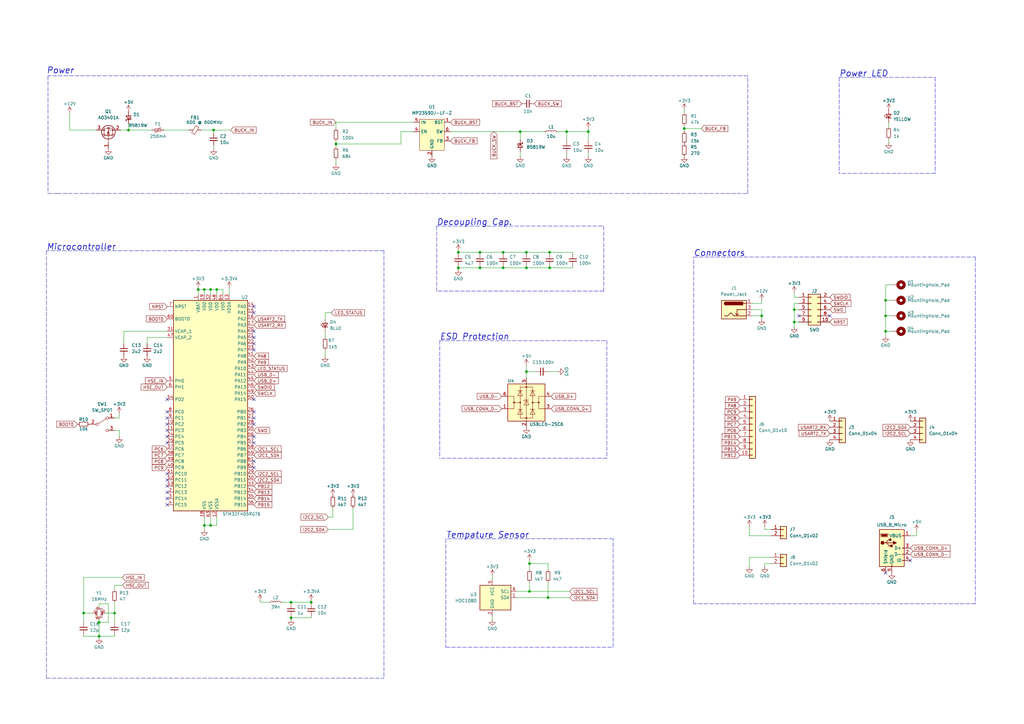
<source format=kicad_sch>
(kicad_sch (version 20211123) (generator eeschema)
  (paper "A3")
  (title_block (title "STM32F4 Development Board") (date "2023-03-31") (rev "1.0") (company "TuncElectronics") (comment 1 "Fatih Tunc"))
  (junction (at 196.85 109.855))
  (junction (at 363.22 135.89))
  (junction (at 325.755 127))
  (junction (at 86.3661 215.5008))
  (junction (at 215.9 103.505))
  (junction (at 312.42 129.54))
  (junction (at 88.9 118.745))
  (junction (at 217.17 231.14))
  (junction (at 83.82 118.745))
  (junction (at 196.85 103.505))
  (junction (at 52.705 53.34))
  (junction (at 206.375 103.505))
  (junction (at 119.38 247.015))
  (junction (at 215.9 152.4))
  (junction (at 40.64 255.27))
  (junction (at 187.96 103.505))
  (junction (at 232.41 53.975))
  (junction (at 206.375 109.855))
  (junction (at 34.29 251.46))
  (junction (at 40.64 260.985))
  (junction (at 241.3 53.975))
  (junction (at 217.17 242.57))
  (junction (at 46.99 251.46))
  (junction (at 363.22 123.19))
  (junction (at 363.22 129.54))
  (junction (at 127.635 247.015))
  (junction (at 225.425 109.855))
  (junction (at 213.36 53.975))
  (junction (at 224.79 245.11))
  (junction (at 86.36 118.745))
  (junction (at 137.795 59.055))
  (junction (at 215.9 109.855))
  (junction (at 119.38 253.365))
  (junction (at 83.8261 215.5008))
  (junction (at 81.28 118.745))
  (junction (at 87.63 53.34))
  (junction (at 225.425 103.505))
  (junction (at 325.755 132.08))
  (junction (at 280.67 52.705))
  (junction (at 187.96 109.855))
  (no_connect (at 104.14 171.45))
  (no_connect (at 363.22 234.95))
  (no_connect (at 104.14 143.51))
  (no_connect (at 104.14 191.77))
  (no_connect (at 68.58 181.61))
  (no_connect (at 104.14 163.83))
  (no_connect (at 104.14 125.73))
  (no_connect (at 373.38 229.87))
  (no_connect (at 104.14 179.07))
  (no_connect (at 68.58 173.99))
  (no_connect (at 68.58 171.45))
  (no_connect (at 327.66 129.54))
  (no_connect (at 68.58 196.85))
  (no_connect (at 104.14 135.89))
  (no_connect (at 104.14 138.43))
  (no_connect (at 68.58 168.91))
  (no_connect (at 68.58 207.01))
  (no_connect (at 68.58 194.31))
  (no_connect (at 104.14 181.61))
  (no_connect (at 104.14 168.91))
  (no_connect (at 104.14 173.99))
  (no_connect (at 68.58 176.53))
  (no_connect (at 340.36 129.54))
  (no_connect (at 68.58 199.39))
  (no_connect (at 104.14 140.97))
  (no_connect (at 68.58 204.47))
  (no_connect (at 104.14 128.27))
  (no_connect (at 68.58 163.83))
  (no_connect (at 68.58 201.93))
  (no_connect (at 68.58 179.07))
  (no_connect (at 104.14 189.23))
  (wire (pts (xy 363.22 123.19) (xy 363.22 116.84)))
  (wire (pts (xy 364.49 52.07) (xy 364.49 50.165)))
  (wire (pts (xy 187.96 109.855) (xy 196.85 109.855)))
  (wire (pts (xy 48.895 176.53) (xy 46.99 176.53)))
  (wire (pts (xy 34.29 251.46) (xy 38.1 251.46)))
  (wire (pts (xy 87.63 60.96) (xy 87.63 59.69)))
  (polyline (pts (xy 306.705 79.375) (xy 306.705 31.115)))
  (wire (pts (xy 312.42 129.54) (xy 312.42 130.81)))
  (wire (pts (xy 241.3 64.135) (xy 241.3 62.865)))
  (wire (pts (xy 224.79 152.4) (xy 228.6 152.4)))
  (wire (pts (xy 40.64 248.92) (xy 40.64 247.65)))
  (wire (pts (xy 196.85 103.505) (xy 206.375 103.505)))
  (wire (pts (xy 187.96 109.855) (xy 187.96 109.22)))
  (wire (pts (xy 233.68 245.11) (xy 224.79 245.11)))
  (wire (pts (xy 187.96 103.505) (xy 187.96 104.14)))
  (wire (pts (xy 196.85 104.14) (xy 196.85 103.505)))
  (wire (pts (xy 365.76 123.19) (xy 363.22 123.19)))
  (wire (pts (xy 241.3 57.785) (xy 241.3 53.975)))
  (wire (pts (xy 280.67 46.355) (xy 280.67 45.085)))
  (polyline (pts (xy 248.92 139.7) (xy 248.92 187.96)))
  (wire (pts (xy 133.35 138.43) (xy 133.35 135.89)))
  (wire (pts (xy 184.785 53.975) (xy 213.36 53.975)))
  (polyline (pts (xy 180.34 139.7) (xy 248.92 139.7)))
  (wire (pts (xy 40.64 255.27) (xy 40.64 260.985)))
  (wire (pts (xy 187.96 110.49) (xy 187.96 109.855)))
  (wire (pts (xy 363.22 137.795) (xy 363.22 135.89)))
  (wire (pts (xy 215.9 152.4) (xy 219.71 152.4)))
  (wire (pts (xy 224.79 231.14) (xy 217.17 231.14)))
  (polyline (pts (xy 19.05 278.13) (xy 157.48 278.13)))
  (wire (pts (xy 127.635 247.65) (xy 127.635 247.015)))
  (wire (pts (xy 225.425 109.22) (xy 225.425 109.855)))
  (wire (pts (xy 62.23 53.34) (xy 52.705 53.34)))
  (wire (pts (xy 136.525 212.09) (xy 136.525 208.28)))
  (wire (pts (xy 307.34 228.6) (xy 307.34 232.41)))
  (wire (pts (xy 206.375 104.14) (xy 206.375 103.505)))
  (wire (pts (xy 213.36 53.975) (xy 223.52 53.975)))
  (wire (pts (xy 87.63 53.34) (xy 82.55 53.34)))
  (wire (pts (xy 215.9 104.14) (xy 215.9 103.505)))
  (wire (pts (xy 81.28 118.11) (xy 81.28 118.745)))
  (wire (pts (xy 217.17 238.76) (xy 217.17 242.57)))
  (wire (pts (xy 39.37 53.34) (xy 28.575 53.34)))
  (wire (pts (xy 187.96 102.87) (xy 187.96 103.505)))
  (polyline (pts (xy 248.92 187.96) (xy 180.34 187.96)))
  (wire (pts (xy 325.755 120.015) (xy 325.755 121.92)))
  (wire (pts (xy 86.3661 214.8658) (xy 86.36 212.09)))
  (polyline (pts (xy 247.65 119.38) (xy 179.07 119.38)))
  (wire (pts (xy 83.82 118.745) (xy 83.82 120.65)))
  (wire (pts (xy 119.38 253.365) (xy 119.38 252.73)))
  (polyline (pts (xy 383.54 71.12) (xy 344.17 71.12)))
  (wire (pts (xy 206.375 109.855) (xy 215.9 109.855)))
  (polyline (pts (xy 251.46 220.98) (xy 182.88 220.98)))
  (wire (pts (xy 137.795 50.165) (xy 169.545 50.165)))
  (wire (pts (xy 81.28 118.745) (xy 81.28 120.65)))
  (wire (pts (xy 280.67 52.705) (xy 280.67 53.975)))
  (wire (pts (xy 201.93 252.73) (xy 201.93 254)))
  (wire (pts (xy 44.45 247.65) (xy 44.45 255.27)))
  (wire (pts (xy 363.22 135.89) (xy 363.22 129.54)))
  (polyline (pts (xy 194.31 265.43) (xy 251.46 265.43)))
  (wire (pts (xy 316.23 231.14) (xy 313.69 231.14)))
  (wire (pts (xy 224.79 245.11) (xy 212.09 245.11)))
  (wire (pts (xy 86.3661 215.5008) (xy 88.9061 215.5008)))
  (wire (pts (xy 137.795 59.055) (xy 164.465 59.055)))
  (wire (pts (xy 50.8 140.97) (xy 50.8 135.89)))
  (wire (pts (xy 40.64 260.985) (xy 34.29 260.985)))
  (wire (pts (xy 325.755 127) (xy 325.755 132.08)))
  (wire (pts (xy 127.635 246.38) (xy 127.635 247.015)))
  (wire (pts (xy 224.79 238.76) (xy 224.79 245.11)))
  (wire (pts (xy 34.29 236.855) (xy 34.29 251.46)))
  (wire (pts (xy 363.22 116.84) (xy 365.76 116.84)))
  (wire (pts (xy 215.9 149.86) (xy 215.9 152.4)))
  (wire (pts (xy 88.9061 215.5008) (xy 88.9061 214.8658)))
  (wire (pts (xy 83.8261 215.5008) (xy 86.3661 215.5008)))
  (wire (pts (xy 87.63 54.61) (xy 87.63 53.34)))
  (wire (pts (xy 83.82 217.17) (xy 83.8261 215.5008)))
  (wire (pts (xy 234.95 109.855) (xy 234.95 109.22)))
  (wire (pts (xy 196.85 109.22) (xy 196.85 109.855)))
  (polyline (pts (xy 180.34 139.7) (xy 180.34 187.96)))
  (wire (pts (xy 224.79 233.68) (xy 224.79 231.14)))
  (wire (pts (xy 316.23 228.6) (xy 307.34 228.6)))
  (wire (pts (xy 52.705 50.8) (xy 52.705 53.34)))
  (wire (pts (xy 81.28 118.745) (xy 83.82 118.745)))
  (wire (pts (xy 307.34 219.71) (xy 307.34 215.9)))
  (wire (pts (xy 164.465 59.055) (xy 164.465 53.975)))
  (wire (pts (xy 83.8261 214.8658) (xy 83.82 212.09)))
  (wire (pts (xy 206.375 109.22) (xy 206.375 109.855)))
  (wire (pts (xy 137.795 60.325) (xy 137.795 59.055)))
  (polyline (pts (xy 344.17 31.75) (xy 383.54 31.75)))
  (wire (pts (xy 40.64 260.985) (xy 46.99 260.985)))
  (wire (pts (xy 119.38 254) (xy 119.38 253.365)))
  (wire (pts (xy 213.36 64.135) (xy 213.36 62.23)))
  (polyline (pts (xy 251.46 265.43) (xy 251.46 220.98)))
  (wire (pts (xy 232.41 53.975) (xy 228.6 53.975)))
  (wire (pts (xy 217.17 231.14) (xy 217.17 233.68)))
  (wire (pts (xy 308.61 129.54) (xy 312.42 129.54)))
  (polyline (pts (xy 157.48 175.26) (xy 157.48 102.87)))
  (wire (pts (xy 46.99 240.03) (xy 46.99 241.935)))
  (wire (pts (xy 34.29 260.985) (xy 34.29 260.35)))
  (wire (pts (xy 88.9 118.745) (xy 88.9 120.65)))
  (wire (pts (xy 40.64 254) (xy 40.64 255.27)))
  (wire (pts (xy 233.68 242.57) (xy 217.17 242.57)))
  (polyline (pts (xy 247.65 92.71) (xy 247.65 119.38)))
  (wire (pts (xy 196.85 109.855) (xy 206.375 109.855)))
  (wire (pts (xy 325.755 121.92) (xy 327.66 121.92)))
  (wire (pts (xy 46.99 247.015) (xy 46.99 251.46)))
  (wire (pts (xy 93.98 118.11) (xy 93.98 120.65)))
  (polyline (pts (xy 157.48 102.87) (xy 19.05 102.87)))
  (polyline (pts (xy 182.88 265.43) (xy 194.31 265.43)))
  (wire (pts (xy 91.44 118.745) (xy 91.44 120.65)))
  (wire (pts (xy 365.76 129.54) (xy 363.22 129.54)))
  (wire (pts (xy 365.76 135.89) (xy 363.22 135.89)))
  (wire (pts (xy 217.17 242.57) (xy 212.09 242.57)))
  (wire (pts (xy 49.53 53.34) (xy 52.705 53.34)))
  (wire (pts (xy 232.41 64.135) (xy 232.41 62.865)))
  (wire (pts (xy 60.325 140.97) (xy 60.325 138.43)))
  (polyline (pts (xy 23.495 79.375) (xy 306.705 79.375)))
  (polyline (pts (xy 284.48 247.65) (xy 284.48 105.41)))
  (wire (pts (xy 225.425 109.855) (xy 234.95 109.855)))
  (wire (pts (xy 313.69 217.17) (xy 313.69 215.9)))
  (wire (pts (xy 206.375 103.505) (xy 215.9 103.505)))
  (wire (pts (xy 217.17 229.87) (xy 217.17 231.14)))
  (wire (pts (xy 83.8261 215.5008) (xy 83.8261 214.8658)))
  (wire (pts (xy 316.23 217.17) (xy 313.69 217.17)))
  (wire (pts (xy 34.29 255.27) (xy 34.29 251.46)))
  (wire (pts (xy 106.68 246.38) (xy 106.68 247.015)))
  (wire (pts (xy 241.3 52.705) (xy 241.3 53.975)))
  (wire (pts (xy 308.61 124.46) (xy 312.42 124.46)))
  (wire (pts (xy 134.62 212.09) (xy 136.525 212.09)))
  (wire (pts (xy 187.96 103.505) (xy 196.85 103.505)))
  (polyline (pts (xy 19.05 102.87) (xy 19.05 278.13)))
  (wire (pts (xy 119.38 247.015) (xy 115.57 247.015)))
  (polyline (pts (xy 400.05 247.65) (xy 284.48 247.65)))
  (wire (pts (xy 327.66 127) (xy 325.755 127)))
  (wire (pts (xy 34.29 236.855) (xy 50.165 236.855)))
  (wire (pts (xy 327.66 132.08) (xy 325.755 132.08)))
  (wire (pts (xy 127.635 253.365) (xy 127.635 252.73)))
  (polyline (pts (xy 344.17 31.75) (xy 344.17 71.12)))
  (polyline (pts (xy 400.05 105.41) (xy 400.05 247.65)))
  (wire (pts (xy 133.35 146.05) (xy 133.35 143.51)))
  (polyline (pts (xy 157.48 175.26) (xy 157.48 278.13)))
  (wire (pts (xy 137.795 50.165) (xy 137.795 52.705)))
  (wire (pts (xy 215.9 109.855) (xy 225.425 109.855)))
  (wire (pts (xy 364.49 58.42) (xy 364.49 57.15)))
  (wire (pts (xy 46.99 260.985) (xy 46.99 260.35)))
  (wire (pts (xy 86.3661 214.8658) (xy 86.3661 215.5008)))
  (wire (pts (xy 106.68 247.015) (xy 110.49 247.015)))
  (wire (pts (xy 201.93 236.22) (xy 201.93 237.49)))
  (wire (pts (xy 316.23 219.71) (xy 307.34 219.71)))
  (wire (pts (xy 86.36 118.745) (xy 88.9 118.745)))
  (wire (pts (xy 137.795 59.055) (xy 137.795 57.785)))
  (wire (pts (xy 83.82 118.745) (xy 86.36 118.745)))
  (wire (pts (xy 40.64 261.62) (xy 40.64 260.985)))
  (wire (pts (xy 280.67 52.705) (xy 280.67 51.435)))
  (wire (pts (xy 44.45 255.27) (xy 40.64 255.27)))
  (wire (pts (xy 308.61 127) (xy 312.42 127)))
  (polyline (pts (xy 383.54 31.75) (xy 383.54 71.12)))
  (wire (pts (xy 215.9 152.4) (xy 215.9 154.94)))
  (wire (pts (xy 133.35 128.27) (xy 133.35 130.81)))
  (polyline (pts (xy 179.07 92.71) (xy 247.65 92.71)))
  (wire (pts (xy 287.655 52.705) (xy 280.67 52.705)))
  (wire (pts (xy 144.78 217.17) (xy 144.78 208.28)))
  (wire (pts (xy 373.38 219.71) (xy 375.92 219.71)))
  (wire (pts (xy 213.36 57.15) (xy 213.36 53.975)))
  (wire (pts (xy 325.755 132.08) (xy 325.755 133.985)))
  (wire (pts (xy 60.325 138.43) (xy 68.58 138.43)))
  (polyline (pts (xy 19.685 79.375) (xy 23.495 79.375)))
  (wire (pts (xy 46.99 255.27) (xy 46.99 251.46)))
  (wire (pts (xy 46.99 171.45) (xy 48.895 171.45)))
  (wire (pts (xy 127.635 247.015) (xy 119.38 247.015)))
  (wire (pts (xy 234.95 103.505) (xy 234.95 104.14)))
  (wire (pts (xy 164.465 53.975) (xy 169.545 53.975)))
  (wire (pts (xy 375.92 219.71) (xy 375.92 217.805)))
  (wire (pts (xy 28.575 46.355) (xy 28.575 53.34)))
  (wire (pts (xy 312.42 124.46) (xy 312.42 123.19)))
  (wire (pts (xy 48.895 171.45) (xy 48.895 169.545)))
  (wire (pts (xy 363.22 129.54) (xy 363.22 123.19)))
  (wire (pts (xy 40.64 247.65) (xy 44.45 247.65)))
  (polyline (pts (xy 182.88 220.98) (xy 182.88 265.43)))
  (wire (pts (xy 48.895 179.07) (xy 48.895 176.53)))
  (wire (pts (xy 88.9 118.745) (xy 91.44 118.745)))
  (polyline (pts (xy 179.07 92.71) (xy 179.07 119.38)))
  (wire (pts (xy 43.18 251.46) (xy 46.99 251.46)))
  (wire (pts (xy 86.36 118.745) (xy 86.36 120.65)))
  (wire (pts (xy 137.795 67.31) (xy 137.795 65.405)))
  (wire (pts (xy 119.38 247.65) (xy 119.38 247.015)))
  (wire (pts (xy 225.425 104.14) (xy 225.425 103.505)))
  (wire (pts (xy 215.9 103.505) (xy 225.425 103.505)))
  (wire (pts (xy 232.41 57.785) (xy 232.41 53.975)))
  (wire (pts (xy 241.3 53.975) (xy 232.41 53.975)))
  (polyline (pts (xy 284.48 105.41) (xy 400.05 105.41)))
  (wire (pts (xy 327.66 124.46) (xy 325.755 124.46)))
  (wire (pts (xy 325.755 124.46) (xy 325.755 127)))
  (wire (pts (xy 94.615 53.34) (xy 87.63 53.34)))
  (wire (pts (xy 135.89 128.27) (xy 133.35 128.27)))
  (wire (pts (xy 225.425 103.505) (xy 234.95 103.505)))
  (wire (pts (xy 67.31 53.34) (xy 77.47 53.34)))
  (wire (pts (xy 312.42 127) (xy 312.42 129.54)))
  (wire (pts (xy 119.38 253.365) (xy 127.635 253.365)))
  (polyline (pts (xy 19.685 31.115) (xy 19.685 79.375)))
  (wire (pts (xy 50.165 240.03) (xy 46.99 240.03)))
  (wire (pts (xy 134.62 217.17) (xy 144.78 217.17)))
  (polyline (pts (xy 306.705 31.115) (xy 19.685 31.115)))
  (wire (pts (xy 313.69 231.14) (xy 313.69 232.41)))
  (wire (pts (xy 215.9 109.22) (xy 215.9 109.855)))
  (wire (pts (xy 88.9061 214.8658) (xy 88.9 212.09)))
  (wire (pts (xy 50.8 135.89) (xy 68.58 135.89)))
  (text "ESD Protection" (at 180.34 139.7 0) (effects (font (size 2.5 2.5) (thickness 0.254) bold italic) (justify left bottom)))
  (text "Tempature Sensor" (at 182.88 220.98 0) (effects (font (size 2.5 2.5) (thickness 0.254) bold italic) (justify left bottom)))
  (text "Connectors" (at 284.48 105.41 0) (effects (font (size 2.5 2.5) (thickness 0.254) bold italic) (justify left bottom)))
  (text "Decoupling Cap." (at 179.07 92.71 0) (effects (font (size 2.5 2.5) (thickness 0.254) bold italic) (justify left bottom)))
  (text "Power\n" (at 19.05 30.48 0) (effects (font (size 2.5 2.5) (thickness 0.254) bold italic) (justify left bottom)))
  (text "Power LED" (at 344.17 31.75 0) (effects (font (size 2.5 2.5) (thickness 0.254) bold italic) (justify left bottom)))
  (text "Microcontroller" (at 19.05 102.87 0) (effects (font (size 2.5 2.5) (thickness 0.254) bold italic) (justify left bottom)))
  (global_label "USB_D-" (shape input) (at 205.74 162.56 180) (property "Intersheet References" "${INTERSHEET_REFS}" (effects hide)))
  (global_label "BUCK_FB" (shape input) (at 287.655 52.705 0) (property "Intersheet References" "${INTERSHEET_REFS}" (effects hide)))
  (global_label "USB_CONN_D+" (shape input) (at 373.38 224.79 0) (property "Intersheet References" "${INTERSHEET_REFS}" (effects hide)))
  (global_label "PC6" (shape input) (at 303.53 176.53 180) (property "Intersheet References" "${INTERSHEET_REFS}" (effects hide)))
  (global_label "PC9" (shape input) (at 303.53 168.91 180) (property "Intersheet References" "${INTERSHEET_REFS}" (effects hide)))
  (global_label "BOOT0" (shape input) (at 31.75 173.99 180) (property "Intersheet References" "${INTERSHEET_REFS}" (effects hide)))
  (global_label "I2C1_SDA" (shape input) (at 233.68 245.11 0) (property "Intersheet References" "${INTERSHEET_REFS}" (effects hide)))
  (global_label "SWDIO" (shape input) (at 104.14 158.75 0) (property "Intersheet References" "${INTERSHEET_REFS}" (effects hide)))
  (global_label "USB_CONN_D+" (shape input) (at 226.06 167.64 0) (property "Intersheet References" "${INTERSHEET_REFS}" (effects hide)))
  (global_label "PA8" (shape input) (at 104.14 146.05 0) (property "Intersheet References" "${INTERSHEET_REFS}" (effects hide)))
  (global_label "HSE_OUT" (shape input) (at 68.58 158.75 180) (property "Intersheet References" "${INTERSHEET_REFS}" (effects hide)))
  (global_label "PC8" (shape input) (at 303.53 171.45 180) (property "Intersheet References" "${INTERSHEET_REFS}" (effects hide)))
  (global_label "PB12" (shape input) (at 104.14 199.39 0) (property "Intersheet References" "${INTERSHEET_REFS}" (effects hide)))
  (global_label "USART2_RX" (shape input) (at 104.14 133.35 0) (property "Intersheet References" "${INTERSHEET_REFS}" (effects hide)))
  (global_label "PA9" (shape input) (at 303.53 163.83 180) (property "Intersheet References" "${INTERSHEET_REFS}" (effects hide)))
  (global_label "PC7" (shape input) (at 68.58 186.69 180) (property "Intersheet References" "${INTERSHEET_REFS}" (effects hide)))
  (global_label "I2C2_SCL" (shape input) (at 373.38 177.8 180) (property "Intersheet References" "${INTERSHEET_REFS}" (effects hide)))
  (global_label "BUCK_IN" (shape input) (at 94.615 53.34 0) (property "Intersheet References" "${INTERSHEET_REFS}" (effects hide)))
  (global_label "SWCLK" (shape input) (at 104.14 161.29 0) (property "Intersheet References" "${INTERSHEET_REFS}" (effects hide)))
  (global_label "PC7" (shape input) (at 303.53 173.99 180) (property "Intersheet References" "${INTERSHEET_REFS}" (effects hide)))
  (global_label "I2C2_SDA" (shape input) (at 134.62 217.17 180) (property "Intersheet References" "${INTERSHEET_REFS}" (effects hide)))
  (global_label "PB15" (shape input) (at 104.14 207.01 0) (property "Intersheet References" "${INTERSHEET_REFS}" (effects hide)))
  (global_label "USB_CONN_D-" (shape input) (at 205.74 167.64 180) (property "Intersheet References" "${INTERSHEET_REFS}" (effects hide)))
  (global_label "PB13" (shape input) (at 303.53 184.15 180) (property "Intersheet References" "${INTERSHEET_REFS}" (effects hide)))
  (global_label "BUCK_SW" (shape input) (at 202.565 53.975 270) (property "Intersheet References" "${INTERSHEET_REFS}" (effects hide)))
  (global_label "I2C2_SDA" (shape input) (at 373.38 175.26 180) (property "Intersheet References" "${INTERSHEET_REFS}" (effects hide)))
  (global_label "PB12" (shape input) (at 303.53 186.69 180) (property "Intersheet References" "${INTERSHEET_REFS}" (effects hide)))
  (global_label "I2C1_SCL" (shape input) (at 104.14 184.15 0) (property "Intersheet References" "${INTERSHEET_REFS}" (effects hide)))
  (global_label "PB14" (shape input) (at 303.53 181.61 180) (property "Intersheet References" "${INTERSHEET_REFS}" (effects hide)))
  (global_label "HSE_IN" (shape input) (at 50.165 236.855 0) (property "Intersheet References" "${INTERSHEET_REFS}" (effects hide)))
  (global_label "I2C2_SCL" (shape input) (at 104.14 194.31 0) (property "Intersheet References" "${INTERSHEET_REFS}" (effects hide)))
  (global_label "USART2_TX" (shape input) (at 104.14 130.81 0) (property "Intersheet References" "${INTERSHEET_REFS}" (effects hide)))
  (global_label "SWO" (shape input) (at 104.14 176.53 0) (property "Intersheet References" "${INTERSHEET_REFS}" (effects hide)))
  (global_label "PA8" (shape input) (at 303.53 166.37 180) (property "Intersheet References" "${INTERSHEET_REFS}" (effects hide)))
  (global_label "BUCK_SW" (shape input) (at 219.075 42.545 0) (property "Intersheet References" "${INTERSHEET_REFS}" (effects hide)))
  (global_label "BUCK_BST" (shape input) (at 184.785 50.165 0) (property "Intersheet References" "${INTERSHEET_REFS}" (effects hide)))
  (global_label "USB_D+" (shape input) (at 104.14 156.21 0) (property "Intersheet References" "${INTERSHEET_REFS}" (effects hide)))
  (global_label "I2C2_SCL" (shape input) (at 134.62 212.09 180) (property "Intersheet References" "${INTERSHEET_REFS}" (effects hide)))
  (global_label "PB15" (shape input) (at 303.53 179.07 180) (property "Intersheet References" "${INTERSHEET_REFS}" (effects hide)))
  (global_label "I2C2_SDA" (shape input) (at 104.14 196.85 0) (property "Intersheet References" "${INTERSHEET_REFS}" (effects hide)))
  (global_label "LED_STATUS" (shape input) (at 104.14 151.13 0) (property "Intersheet References" "${INTERSHEET_REFS}" (effects hide)))
  (global_label "USART2_TX" (shape input) (at 340.36 177.8 180) (property "Intersheet References" "${INTERSHEET_REFS}" (effects hide)))
  (global_label "PC6" (shape input) (at 68.58 184.15 180) (property "Intersheet References" "${INTERSHEET_REFS}" (effects hide)))
  (global_label "USART2_RX" (shape input) (at 340.36 175.26 180) (property "Intersheet References" "${INTERSHEET_REFS}" (effects hide)))
  (global_label "USB_CONN_D-" (shape input) (at 373.38 227.33 0) (property "Intersheet References" "${INTERSHEET_REFS}" (effects hide)))
  (global_label "NRST" (shape input) (at 68.58 125.73 180) (property "Intersheet References" "${INTERSHEET_REFS}" (effects hide)))
  (global_label "BUCK_IN" (shape input) (at 137.795 50.165 180) (property "Intersheet References" "${INTERSHEET_REFS}" (effects hide)))
  (global_label "NRST" (shape input) (at 340.36 132.08 0) (property "Intersheet References" "${INTERSHEET_REFS}" (effects hide)))
  (global_label "PB14" (shape input) (at 104.14 204.47 0) (property "Intersheet References" "${INTERSHEET_REFS}" (effects hide)))
  (global_label "BOOT0" (shape input) (at 68.58 130.81 180) (property "Intersheet References" "${INTERSHEET_REFS}" (effects hide)))
  (global_label "BUCK_BST" (shape input) (at 213.995 42.545 180) (property "Intersheet References" "${INTERSHEET_REFS}" (effects hide)))
  (global_label "USB_D-" (shape input) (at 104.14 153.67 0) (property "Intersheet References" "${INTERSHEET_REFS}" (effects hide)))
  (global_label "HSE_OUT" (shape input) (at 50.165 240.03 0) (property "Intersheet References" "${INTERSHEET_REFS}" (effects hide)))
  (global_label "PC9" (shape input) (at 68.58 191.77 180) (property "Intersheet References" "${INTERSHEET_REFS}" (effects hide)))
  (global_label "I2C1_SDA" (shape input) (at 104.14 186.69 0) (property "Intersheet References" "${INTERSHEET_REFS}" (effects hide)))
  (global_label "SWO" (shape input) (at 340.36 127 0) (property "Intersheet References" "${INTERSHEET_REFS}" (effects hide)))
  (global_label "SWCLK" (shape input) (at 340.36 124.46 0) (property "Intersheet References" "${INTERSHEET_REFS}" (effects hide)))
  (global_label "PA9" (shape input) (at 104.14 148.59 0) (property "Intersheet References" "${INTERSHEET_REFS}" (effects hide)))
  (global_label "LED_STATUS" (shape input) (at 135.89 128.27 0) (property "Intersheet References" "${INTERSHEET_REFS}" (effects hide)))
  (global_label "BUCK_FB" (shape input) (at 184.785 57.785 0) (property "Intersheet References" "${INTERSHEET_REFS}" (effects hide)))
  (global_label "I2C1_SCL" (shape input) (at 233.68 242.57 0) (property "Intersheet References" "${INTERSHEET_REFS}" (effects hide)))
  (global_label "USB_D+" (shape input) (at 226.06 162.56 0) (property "Intersheet References" "${INTERSHEET_REFS}" (effects hide)))
  (global_label "PB13" (shape input) (at 104.14 201.93 0) (property "Intersheet References" "${INTERSHEET_REFS}" (effects hide)))
  (global_label "HSE_IN" (shape input) (at 68.58 156.21 180) (property "Intersheet References" "${INTERSHEET_REFS}" (effects hide)))
  (global_label "SWDIO" (shape input) (at 340.36 121.92 0) (property "Intersheet References" "${INTERSHEET_REFS}" (effects hide)))
  (global_label "PC8" (shape input) (at 68.58 189.23 180) (property "Intersheet References" "${INTERSHEET_REFS}" (effects hide)))
  (symbol (lib_id "STM32F4_REV2-rescue:+3.3V-power") (at 201.93 236.22 0) (unit 1)
    (property "Reference" "#PWR031" (effects hide))
    (property "Value" "+3.3V" (at 201.93 232.41 0))
  )
  (symbol (lib_id "Device:R_Small") (at 224.79 236.22 0) (mirror y) (unit 1)
    (property "Reference" "R9" (at 228.6 234.95 0))
    (property "Value" "4k7" (at 228.6 237.49 0))
    (property "Footprint" "Resistor_SMD:R_0805_2012Metric" (effects hide))
    (property "LCSC Part #" "C17673" (effects hide))
    (property "LCSC" "C17673" (effects hide))
  )
  (symbol (lib_id "power:+5V") (at 215.9 149.86 0) (unit 1)
    (property "Reference" "#PWR041" (effects hide))
    (property "Value" "+5V" (at 215.9 146.05 0))
  )
  (symbol (lib_id "Device:C_Small") (at 232.41 60.325 0) (unit 1)
    (property "Reference" "C3" (at 234.95 59.055 0) (effects (justify left)))
    (property "Value" "10u" (at 234.95 61.595 0) (effects (justify left)))
    (property "Footprint" "Capacitor_SMD:C_1206_3216Metric" (effects hide))
    (property "LCSC Part #" "C13585" (effects hide))
    (property "LCSC" "C13585" (effects hide))
  )
  (symbol (lib_id "power:GND") (at 213.36 64.135 0) (unit 1)
    (property "Reference" "#PWR011" (effects hide))
    (property "Value" "GND" (at 213.36 67.945 0))
  )
  (symbol (lib_id "power:GND") (at 340.36 180.34 0) (unit 1)
    (property "Reference" "#PWR036" (effects hide))
    (property "Value" "GND" (at 340.36 184.15 0))
  )
  (symbol (lib_id "Device:C_Small") (at 119.38 250.19 0) (unit 1)
    (property "Reference" "C11" (at 121.92 248.92 0) (effects (justify left)))
    (property "Value" "1u" (at 121.92 251.46 0) (effects (justify left)))
    (property "Footprint" "Capacitor_SMD:C_0603_1608Metric" (effects hide))
    (property "LCSC Part #" "C15849" (effects hide))
    (property "LCSC" "C15849" (effects hide))
  )
  (symbol (lib_id "power:GND") (at 83.82 217.17 0) (unit 1)
    (property "Reference" "#PWR042" (effects hide))
    (property "Value" "GND" (at 83.82 220.98 0))
  )
  (symbol (lib_id "Device:R_Small") (at 133.35 140.97 180) (unit 1)
    (property "Reference" "R7" (at 135.89 139.7 0))
    (property "Value" "1k5" (at 136.525 142.24 0))
    (property "Footprint" "Resistor_SMD:R_0805_2012Metric" (effects hide))
    (property "LCSC Part #" "C4310" (effects hide))
    (property "LCSC" "C4310" (effects hide))
  )
  (symbol (lib_id "Device:C_Small") (at 60.325 143.51 0) (unit 1)
    (property "Reference" "C14" (at 62.865 141.605 0) (effects (justify left)))
    (property "Value" "2u2" (at 62.865 144.145 0) (effects (justify left)))
    (property "Footprint" "Capacitor_SMD:C_0603_1608Metric" (effects hide))
    (property "LCSC Part #" "C23630" (effects hide))
    (property "LCSC" "C23630" (effects hide))
  )
  (symbol (lib_id "power:GND") (at 60.325 146.05 0) (unit 1)
    (property "Reference" "#PWR028" (effects hide))
    (property "Value" "GND" (at 60.325 149.86 0))
  )
  (symbol (lib_id "Device:R_Small") (at 280.67 56.515 0) (unit 1)
    (property "Reference" "R3" (at 283.21 55.245 0) (effects (justify left)))
    (property "Value" "15k" (at 283.21 57.785 0) (effects (justify left)))
    (property "Footprint" "Resistor_SMD:R_0805_2012Metric" (effects hide))
    (property "LCSC Part #" "C17475" (effects hide))
    (property "LCSC" "C17475" (effects hide))
  )
  (symbol (lib_id "STM32F4_REV2-rescue:+3.3V-power") (at 48.895 169.545 0) (unit 1)
    (property "Reference" "#PWR032" (effects hide))
    (property "Value" "+3.3V" (at 48.895 165.735 0))
  )
  (symbol (lib_id "Device:R_Small") (at 144.78 205.74 0) (unit 1)
    (property "Reference" "R12" (at 146.685 204.47 0) (effects (justify left)))
    (property "Value" "4k7" (at 146.685 207.01 0) (effects (justify left)))
    (property "Footprint" "Resistor_SMD:R_0805_2012Metric" (effects hide))
    (property "LCSC Part #" "C17673" (effects hide))
    (property "LCSC" "C17673" (effects hide))
  )
  (symbol (lib_id "Device:Crystal_GND24_Small") (at 40.64 251.46 0) (unit 1)
    (property "Reference" "Y1" (at 39.37 243.205 0) (effects (justify left)))
    (property "Value" "16MHz" (at 37.465 245.745 0) (effects (justify left)))
    (property "Footprint" "Crystal:Crystal_SMD_3225-4Pin_3.2x2.5mm" (effects hide))
    (property "LCSC Part #" "C13738" (effects hide))
    (property "LCSC" "C13738" (effects hide))
  )
  (symbol (lib_id "Device:R_Small") (at 46.99 244.475 0) (unit 1)
    (property "Reference" "R13" (at 48.895 243.205 0) (effects (justify left)))
    (property "Value" "47" (at 48.895 245.745 0) (effects (justify left)))
    (property "Footprint" "Resistor_SMD:R_0805_2012Metric" (effects hide))
    (property "LCSC Part #" "C17714" (effects hide))
    (property "LCSC" "C17714" (effects hide))
  )
  (symbol (lib_id "power:GND") (at 363.22 137.795 0) (unit 1)
    (property "Reference" "#PWR026" (effects hide))
    (property "Value" "GND" (at 363.22 141.605 0))
  )
  (symbol (lib_id "Device:C_Small") (at 87.63 57.15 0) (unit 1)
    (property "Reference" "C2" (at 90.17 55.88 0) (effects (justify left)))
    (property "Value" "10u" (at 90.17 58.42 0) (effects (justify left)))
    (property "Footprint" "Capacitor_SMD:C_1206_3216Metric" (effects hide))
    (property "LCSC Part #" "C13585" (effects hide))
    (property "LCSC" "C13585" (effects hide))
  )
  (symbol (lib_id "Device:C_Small") (at 216.535 42.545 270) (unit 1)
    (property "Reference" "C1" (at 215.265 39.37 90) (effects (justify left)))
    (property "Value" "10n" (at 214.63 45.72 90) (effects (justify left)))
    (property "Footprint" "Capacitor_SMD:C_0805_2012Metric" (effects hide))
    (property "LCSC Part #" "C1710" (effects hide))
    (property "LCSC" "C1710" (effects hide))
  )
  (symbol (lib_id "power:+5V") (at 375.92 217.805 0) (unit 1)
    (property "Reference" "#PWR044" (effects hide))
    (property "Value" "+5V" (at 375.92 213.995 0))
  )
  (symbol (lib_id "Device:C_Small") (at 234.95 106.68 0) (unit 1)
    (property "Reference" "C10" (at 237.49 105.41 0) (effects (justify left)))
    (property "Value" "100n" (at 237.49 107.95 0) (effects (justify left)))
    (property "Footprint" "Capacitor_SMD:C_0603_1608Metric" (effects hide))
    (property "LCSC Part #" "C14663" (effects hide))
    (property "LCSC" "C14663" (effects hide))
  )
  (symbol (lib_id "Device:R_Small") (at 280.67 48.895 0) (unit 1)
    (property "Reference" "R1" (at 283.21 47.625 0) (effects (justify left)))
    (property "Value" "47k" (at 283.21 50.165 0) (effects (justify left)))
    (property "Footprint" "Resistor_SMD:R_0805_2012Metric" (effects hide))
    (property "LCSC Part #" "C17713" (effects hide))
    (property "LCSC" "C17713" (effects hide))
  )
  (symbol (lib_id "Device:R_Small") (at 137.795 55.245 0) (unit 1)
    (property "Reference" "R2" (at 140.335 53.975 0) (effects (justify left)))
    (property "Value" "100k" (at 140.335 56.515 0) (effects (justify left)))
    (property "Footprint" "Resistor_SMD:R_0805_2012Metric" (effects hide))
    (property "LCSC Part #" "C149504" (effects hide))
    (property "LCSC" "C149504" (effects hide))
  )
  (symbol (lib_id "power:GND") (at 280.67 64.135 0) (unit 1)
    (property "Reference" "#PWR09" (effects hide))
    (property "Value" "GND" (at 280.67 67.945 0))
  )
  (symbol (lib_id "power:GND") (at 119.38 254 0) (unit 1)
    (property "Reference" "#PWR019" (effects hide))
    (property "Value" "GND" (at 119.38 257.81 0))
  )
  (symbol (lib_id "power:GND") (at 44.45 60.96 0) (unit 1)
    (property "Reference" "#PWR06" (effects hide))
    (property "Value" "GND" (at 44.45 64.77 0))
  )
  (symbol (lib_id "Device:C_Small") (at 206.375 106.68 0) (unit 1)
    (property "Reference" "C7" (at 208.915 105.41 0) (effects (justify left)))
    (property "Value" "100n" (at 208.915 107.95 0) (effects (justify left)))
    (property "Footprint" "Capacitor_SMD:C_0603_1608Metric" (effects hide))
    (property "LCSC Part #" "C14663" (effects hide))
    (property "LCSC" "C14663" (effects hide))
  )
  (symbol (lib_id "Sensor_Humidity:HDC1080") (at 204.47 245.11 0) (unit 1)
    (property "Reference" "U3" (at 195.58 243.8399 0) (effects (justify right)))
    (property "Value" "HDC1080" (at 195.58 246.3799 0) (effects (justify right)))
    (property "Footprint" "Package_SON:Texas_PWSON-N6" (effects hide))
    (property "Datasheet" "http://www.ti.com/lit/ds/symlink/hdc1080.pdf" (effects hide))
    (property "LCSC Part #" "C82227" (effects hide))
    (property "LCSC" "C82227" (effects hide))
  )
  (symbol (lib_id "STM32F4_REV2-rescue:+3.3V-power") (at 280.67 45.085 0) (unit 1)
    (property "Reference" "#PWR03" (effects hide))
    (property "Value" "+3.3V" (at 280.67 41.275 0))
  )
  (symbol (lib_id "Connector_Generic:Conn_01x02") (at 321.31 217.17 0) (unit 1)
    (property "Reference" "J7" (at 323.85 217.1699 0) (effects (justify left)))
    (property "Value" "Conn_01x02" (at 323.85 219.7099 0) (effects (justify left)))
    (property "Footprint" "Connector_PinHeader_2.54mm:PinHeader_1x02_P2.54mm_Vertical" (effects hide))
  )
  (symbol (lib_id "power:GND") (at 201.93 254 0) (unit 1)
    (property "Reference" "#PWR038" (effects hide))
    (property "Value" "GND" (at 201.93 257.81 0))
  )
  (symbol (lib_id "STM32F4_REV2-rescue:USB_B_Micro-Connector") (at 365.76 224.79 0) (unit 1)
    (property "Reference" "J5" (at 365.76 212.09 0))
    (property "Value" "USB_B_Micro" (at 365.76 215.265 0))
    (property "Footprint" "Connector_USB:USB_Micro-B_Molex_47346-0001" (effects hide))
    (property "LCSC Part #" "C132560" (effects hide))
    (property "LCSC" "C132560" (effects hide))
  )
  (symbol (lib_id "Device:D_Schottky_Small") (at 52.705 48.26 90) (unit 1)
    (property "Reference" "D1" (at 54.61 46.99 90) (effects (justify right)))
    (property "Value" "B5819W" (at 52.705 51.435 90) (effects (justify right)))
    (property "Footprint" "Diode_SMD:D_SOD-123" (effects hide))
    (property "LCSC Part #" "C8598" (effects hide))
    (property "LCSC" "C8598" (effects hide))
  )
  (symbol (lib_id "power:+3.3VA") (at 127.635 246.38 0) (unit 1)
    (property "Reference" "#PWR017" (effects hide))
    (property "Value" "+3.3VA" (at 127.635 242.57 0))
  )
  (symbol (lib_id "power:GND") (at 133.35 146.05 0) (unit 1)
    (property "Reference" "#PWR029" (effects hide))
    (property "Value" "GND" (at 133.35 149.86 0))
  )
  (symbol (lib_id "Device:C_Small") (at 241.3 60.325 0) (unit 1)
    (property "Reference" "C4" (at 243.84 59.055 0) (effects (justify left)))
    (property "Value" "10u" (at 243.84 61.595 0) (effects (justify left)))
    (property "Footprint" "Capacitor_SMD:C_1206_3216Metric" (effects hide))
    (property "LCSC Part #" "C13585" (effects hide))
    (property "LCSC" "C13585" (effects hide))
  )
  (symbol (lib_id "Device:L_Small") (at 226.06 53.975 90) (unit 1)
    (property "Reference" "L1" (at 226.06 52.07 90))
    (property "Value" "10u" (at 226.06 55.88 90))
    (property "Footprint" "Inductor_SMD:L_Sunlord_MWSA05xxS" (effects hide))
    (property "LCSC Part #" "C408412" (effects hide))
    (property "LCSC" "C408412" (effects hide))
  )
  (symbol (lib_id "power:GND") (at 313.69 232.41 0) (unit 1)
    (property "Reference" "#PWR0104" (effects hide))
    (property "Value" "GND" (at 313.69 236.22 0))
  )
  (symbol (lib_id "Transistor_FET:AO3401A") (at 44.45 55.88 90) (unit 1)
    (property "Reference" "Q1" (at 44.45 45.72 90))
    (property "Value" "AO3401A" (at 44.45 48.26 90))
    (property "Footprint" "Package_TO_SOT_SMD:SOT-23" (effects hide))
    (property "Datasheet" "http://www.aosmd.com/pdfs/datasheet/AO3401A.pdf" (effects hide))
    (property "LCSC Part #" "C15127" (effects hide))
    (property "LCSC" "C15127" (effects hide))
  )
  (symbol (lib_id "Device:C_Small") (at 127.635 250.19 0) (unit 1)
    (property "Reference" "C12" (at 130.175 248.92 0) (effects (justify left)))
    (property "Value" "10n" (at 130.175 251.46 0) (effects (justify left)))
    (property "Footprint" "Capacitor_SMD:C_0603_1608Metric" (effects hide))
    (property "LCSC Part #" "C57112" (effects hide))
    (property "LCSC" "C57112" (effects hide))
  )
  (symbol (lib_id "Connector_Generic:Conn_01x10") (at 308.61 173.99 0) (unit 1)
    (property "Reference" "J6" (at 311.15 173.9899 0) (effects (justify left)))
    (property "Value" "Conn_01x10" (at 311.15 176.5299 0) (effects (justify left)))
    (property "Footprint" "Connector_PinHeader_2.54mm:PinHeader_1x10_P2.54mm_Vertical" (effects hide))
  )
  (symbol (lib_id "Device:R_Small") (at 217.17 236.22 0) (mirror y) (unit 1)
    (property "Reference" "R8" (at 220.98 234.95 0))
    (property "Value" "4k7" (at 220.98 237.49 0))
    (property "Footprint" "Resistor_SMD:R_0805_2012Metric" (effects hide))
    (property "LCSC Part #" "C17673" (effects hide))
    (property "LCSC" "C17673" (effects hide))
  )
  (symbol (lib_id "power:GND") (at 215.9 175.26 0) (unit 1)
    (property "Reference" "#PWR045" (effects hide))
    (property "Value" "GND" (at 215.9 179.07 0))
  )
  (symbol (lib_id "STM32F4_REV2-rescue:+3.3V-power") (at 241.3 52.705 0) (unit 1)
    (property "Reference" "#PWR05" (effects hide))
    (property "Value" "+3.3V" (at 241.3 48.895 0))
  )
  (symbol (lib_id "STM32F4_REV2-rescue:+3.3V-power") (at 373.38 172.72 0) (unit 1)
    (property "Reference" "#PWR034" (effects hide))
    (property "Value" "+3.3V" (at 373.38 168.91 0))
  )
  (symbol (lib_id "Device:R_Small") (at 136.525 205.74 0) (unit 1)
    (property "Reference" "R11" (at 138.43 204.47 0) (effects (justify left)))
    (property "Value" "4k7" (at 138.43 207.01 0) (effects (justify left)))
    (property "Footprint" "Resistor_SMD:R_0805_2012Metric" (effects hide))
    (property "LCSC Part #" "C17673" (effects hide))
    (property "LCSC" "C17673" (effects hide))
  )
  (symbol (lib_id "power:GND") (at 40.64 261.62 0) (unit 1)
    (property "Reference" "#PWR047" (effects hide))
    (property "Value" "GND" (at 40.64 265.43 0))
  )
  (symbol (lib_id "Mechanical:MountingHole_Pad") (at 368.3 129.54 270) (unit 1)
    (property "Reference" "H3" (at 372.11 128.27 90) (effects (justify left)))
    (property "Value" "MountingHole_Pad" (at 372.11 129.54 90) (effects (justify left)))
    (property "Footprint" "MountingHole:MountingHole_4.3mm_M4_Pad_Via" (effects hide))
  )
  (symbol (lib_id "MCU_ST_STM32F4:STM32F405RGTx") (at 86.36 166.37 0) (unit 1)
    (property "Reference" "U2" (at 100.33 121.92 0))
    (property "Value" "STM32F405RGT6" (at 99.06 210.82 0))
    (property "Footprint" "Package_QFP:LQFP-64_10x10mm_P0.5mm" (effects hide))
    (property "Datasheet" "http://www.st.com/st-web-ui/static/active/en/resource/technical/document/datasheet/DM00037051.pdf" (effects hide))
    (property "LCSC Part #" "C15742" (effects hide))
    (property "LCSC" "C15742" (effects hide))
  )
  (symbol (lib_id "STM32F4_REV2-rescue:+3.3V-power") (at 217.17 229.87 0) (unit 1)
    (property "Reference" "#PWR030" (effects hide))
    (property "Value" "+3.3V" (at 217.17 226.06 0))
  )
  (symbol (lib_id "power:+5V") (at 52.705 45.72 0) (unit 1)
    (property "Reference" "#PWR01" (effects hide))
    (property "Value" "+5V" (at 52.705 41.91 0))
  )
  (symbol (lib_id "Mechanical:MountingHole_Pad") (at 368.3 135.89 270) (unit 1)
    (property "Reference" "H4" (at 372.11 134.62 90) (effects (justify left)))
    (property "Value" "MountingHole_Pad" (at 372.11 135.89 90) (effects (justify left)))
    (property "Footprint" "MountingHole:MountingHole_4.3mm_M4_Pad_Via" (effects hide))
  )
  (symbol (lib_id "power:GND") (at 48.895 179.07 0) (unit 1)
    (property "Reference" "#PWR035" (effects hide))
    (property "Value" "GND" (at 48.895 182.88 0))
  )
  (symbol (lib_id "Device:LED_Small") (at 133.35 133.35 90) (unit 1)
    (property "Reference" "D4" (at 135.255 132.08 90) (effects (justify right)))
    (property "Value" "BLUE" (at 135.255 134.62 90) (effects (justify right)))
    (property "Footprint" "LED_SMD:LED_0603_1608Metric" (effects hide))
    (property "LCSC Part #" "C72041" (effects hide))
    (property "LCSC" "C72041" (effects hide))
  )
  (symbol (lib_id "New_Library:MP2359DJ-LF-Z") (at 172.085 50.165 0) (unit 1)
    (property "Reference" "U1" (at 177.165 43.815 0))
    (property "Value" "MP2359DJ-LF-Z" (at 177.165 46.355 0))
    (property "Footprint" "Package_TO_SOT_SMD:TSOT-23-6" (effects hide))
    (property "LCSC Part #" "C2959845" (effects hide))
    (property "LCSC" "C2959845" (effects hide))
  )
  (symbol (lib_id "power:+3.3VA") (at 93.98 118.11 0) (unit 1)
    (property "Reference" "#PWR022" (effects hide))
    (property "Value" "+3.3VA" (at 93.98 114.3 0))
  )
  (symbol (lib_id "STM32F4_REV2-rescue:+3.3V-power") (at 81.28 118.11 0) (unit 1)
    (property "Reference" "#PWR021" (effects hide))
    (property "Value" "+3.3V" (at 81.28 114.3 0))
  )
  (symbol (lib_id "Connector_Generic:Conn_01x04") (at 345.44 175.26 0) (unit 1)
    (property "Reference" "J3" (at 347.98 175.26 0) (effects (justify left)))
    (property "Value" "Conn_01x04" (at 347.98 177.8 0) (effects (justify left)))
    (property "Footprint" "Connector_PinHeader_2.54mm:PinHeader_1x04_P2.54mm_Vertical" (effects hide))
  )
  (symbol (lib_id "Device:C_Small") (at 187.96 106.68 0) (unit 1)
    (property "Reference" "C5" (at 190.5 105.41 0) (effects (justify left)))
    (property "Value" "4u7" (at 190.5 107.95 0) (effects (justify left)))
    (property "Footprint" "Capacitor_SMD:C_0805_2012Metric" (effects hide))
    (property "LCSC Part #" "C1779" (effects hide))
    (property "LCSC" "C1779" (effects hide))
  )
  (symbol (lib_id "STM32F4_REV2-rescue:+3.3V-power") (at 364.49 45.085 0) (unit 1)
    (property "Reference" "#PWR04" (effects hide))
    (property "Value" "+3.3V" (at 364.49 41.275 0))
  )
  (symbol (lib_id "Connector:Barrel_Jack_Switch") (at 300.99 127 0) (unit 1)
    (property "Reference" "J1" (at 300.99 118.11 0))
    (property "Value" "Power_Jack" (at 300.99 120.65 0))
    (property "Footprint" "Connector_BarrelJack:BarrelJack_Horizontal" (effects hide))
  )
  (symbol (lib_id "Power_Protection:USBLC6-2SC6") (at 215.9 165.1 0) (unit 1)
    (property "Reference" "U4" (at 209.55 156.21 0))
    (property "Value" "USBLC6-2SC6" (at 224.155 173.99 0))
    (property "Footprint" "Package_TO_SOT_SMD:SOT-23-6" (effects hide))
    (property "Datasheet" "https://www.st.com/resource/en/datasheet/usblc6-2.pdf" (effects hide))
    (property "LCSC Part #" "C7519" (effects hide))
    (property "LCSC" "C7519" (effects hide))
  )
  (symbol (lib_id "Device:R_Small") (at 280.67 61.595 0) (unit 1)
    (property "Reference" "R5" (at 283.21 60.325 0) (effects (justify left)))
    (property "Value" "270" (at 283.21 62.865 0) (effects (justify left)))
    (property "Footprint" "Resistor_SMD:R_0805_2012Metric" (effects hide))
    (property "LCSC Part #" "C17590" (effects hide))
    (property "LCSC" "C17590" (effects hide))
  )
  (symbol (lib_id "Device:R_Small") (at 137.795 62.865 0) (unit 1)
    (property "Reference" "R6" (at 140.335 61.595 0) (effects (justify left)))
    (property "Value" "68k" (at 140.335 64.135 0) (effects (justify left)))
    (property "Footprint" "Resistor_SMD:R_0805_2012Metric" (effects hide))
    (property "LCSC Part #" "C17801" (effects hide))
    (property "LCSC" "C17801" (effects hide))
  )
  (symbol (lib_id "Mechanical:MountingHole_Pad") (at 368.3 123.19 270) (unit 1)
    (property "Reference" "H2" (at 372.11 121.92 90) (effects (justify left)))
    (property "Value" "MountingHole_Pad" (at 372.11 123.19 90) (effects (justify left)))
    (property "Footprint" "MountingHole:MountingHole_4.3mm_M4_Pad_Via" (effects hide))
  )
  (symbol (lib_id "power:GND") (at 307.34 232.41 0) (unit 1)
    (property "Reference" "#PWR0103" (effects hide))
    (property "Value" "GND" (at 307.34 236.22 0))
  )
  (symbol (lib_id "power:GND") (at 365.76 234.95 0) (unit 1)
    (property "Reference" "#PWR046" (effects hide))
    (property "Value" "GND" (at 365.76 238.76 0))
  )
  (symbol (lib_id "Device:Polyfuse_Small") (at 64.77 53.34 270) (unit 1)
    (property "Reference" "F1" (at 64.77 50.8 90))
    (property "Value" "250mA" (at 64.77 55.88 90))
    (property "Footprint" "Fuse:Fuse_1206_3216Metric" (effects hide))
    (property "LCSC Part #" "C369159" (effects hide))
    (property "LCSC" "C369159" (effects hide))
  )
  (symbol (lib_id "Device:C_Small") (at 50.8 143.51 0) (unit 1)
    (property "Reference" "C13" (at 53.975 141.605 0) (effects (justify left)))
    (property "Value" "2u2" (at 53.975 144.145 0) (effects (justify left)))
    (property "Footprint" "Capacitor_SMD:C_0603_1608Metric" (effects hide))
    (property "LCSC Part #" "C23630" (effects hide))
    (property "LCSC" "C23630" (effects hide))
  )
  (symbol (lib_id "power:+12V") (at 28.575 46.355 0) (unit 1)
    (property "Reference" "#PWR02" (effects hide))
    (property "Value" "+12V" (at 28.575 42.545 0))
  )
  (symbol (lib_id "power:GND") (at 87.63 60.96 0) (unit 1)
    (property "Reference" "#PWR07" (effects hide))
    (property "Value" "GND" (at 87.63 64.77 0))
  )
  (symbol (lib_id "Device:R_Small") (at 364.49 54.61 180) (unit 1)
    (property "Reference" "R4" (at 367.665 53.34 0))
    (property "Value" "1k" (at 367.665 55.88 0))
    (property "Footprint" "Resistor_SMD:R_0805_2012Metric" (effects hide))
    (property "LCSC Part #" "C17513" (effects hide))
    (property "LCSC" "C17513" (effects hide))
  )
  (symbol (lib_id "STM32F4_REV2-rescue:+3.3V-power") (at 144.78 203.2 0) (unit 1)
    (property "Reference" "#PWR040" (effects hide))
    (property "Value" "+3.3V" (at 144.78 199.39 0))
  )
  (symbol (lib_id "Connector_Generic:Conn_01x02") (at 321.31 228.6 0) (unit 1)
    (property "Reference" "J8" (at 323.85 228.5999 0) (effects (justify left)))
    (property "Value" "Conn_01x02" (at 323.85 231.1399 0) (effects (justify left)))
    (property "Footprint" "Connector_PinHeader_2.54mm:PinHeader_1x02_P2.54mm_Vertical" (effects hide))
  )
  (symbol (lib_id "power:GND") (at 325.755 133.985 0) (unit 1)
    (property "Reference" "#PWR025" (effects hide))
    (property "Value" "GND" (at 325.755 137.795 0))
  )
  (symbol (lib_id "STM32F4_REV2-rescue:Ferrite_Bead_Small-Device") (at 80.01 53.34 270) (unit 1)
    (property "Reference" "FB1" (at 80.01 48.26 90))
    (property "Value" "600 @ 600MHz" (at 83.82 50.165 90))
    (property "Footprint" "Inductor_SMD:L_0805_2012Metric" (effects hide))
    (property "LCSC Part #" "C1017" (effects hide))
    (property "LCSC" "C1017" (effects hide))
  )
  (symbol (lib_id "power:GND") (at 50.8 146.05 0) (unit 1)
    (property "Reference" "#PWR027" (effects hide))
    (property "Value" "GND" (at 50.8 149.86 0))
  )
  (symbol (lib_id "STM32F4_REV2-rescue:+3.3V-power") (at 136.525 203.2 0) (unit 1)
    (property "Reference" "#PWR039" (effects hide))
    (property "Value" "+3.3V" (at 136.525 199.39 0))
  )
  (symbol (lib_id "STM32F4_REV2-rescue:+3.3V-power") (at 106.68 246.38 0) (unit 1)
    (property "Reference" "#PWR016" (effects hide))
    (property "Value" "+3.3V" (at 106.68 242.57 0))
  )
  (symbol (lib_id "STM32F4_REV2-rescue:+3.3V-power") (at 307.34 215.9 0) (unit 1)
    (property "Reference" "#PWR0101" (effects hide))
    (property "Value" "+3.3V" (at 307.34 212.09 0))
  )
  (symbol (lib_id "power:GND") (at 364.49 58.42 0) (unit 1)
    (property "Reference" "#PWR08" (effects hide))
    (property "Value" "GND" (at 364.49 62.23 0))
  )
  (symbol (lib_id "Device:C_Small") (at 196.85 106.68 0) (unit 1)
    (property "Reference" "C6" (at 199.39 105.41 0) (effects (justify left)))
    (property "Value" "100n" (at 199.39 107.95 0) (effects (justify left)))
    (property "Footprint" "Capacitor_SMD:C_0603_1608Metric" (effects hide))
    (property "LCSC Part #" "C14663" (effects hide))
    (property "LCSC" "C14663" (effects hide))
  )
  (symbol (lib_id "Device:C_Small") (at 215.9 106.68 0) (unit 1)
    (property "Reference" "C8" (at 218.44 105.41 0) (effects (justify left)))
    (property "Value" "100n" (at 218.44 107.95 0) (effects (justify left)))
    (property "Footprint" "Capacitor_SMD:C_0603_1608Metric" (effects hide))
    (property "LCSC Part #" "C14663" (effects hide))
    (property "LCSC" "C14663" (effects hide))
  )
  (symbol (lib_id "Device:L_Small") (at 113.03 247.015 90) (unit 1)
    (property "Reference" "L2" (at 113.03 245.11 90))
    (property "Value" "39n" (at 113.03 248.92 90))
    (property "Footprint" "Inductor_SMD:L_0402_1005Metric" (effects hide))
    (property "LCSC Part #" "C26443" (effects hide))
    (property "LCSC" "C26443" (effects hide))
  )
  (symbol (lib_id "Mechanical:MountingHole_Pad") (at 368.3 116.84 270) (unit 1)
    (property "Reference" "H1" (at 372.11 115.57 90) (effects (justify left)))
    (property "Value" "MountingHole_Pad" (at 372.11 116.84 90) (effects (justify left)))
    (property "Footprint" "MountingHole:MountingHole_4.3mm_M4_Pad_Via" (effects hide))
  )
  (symbol (lib_id "Connector_Generic:Conn_01x04") (at 378.46 175.26 0) (unit 1)
    (property "Reference" "J4" (at 381 175.26 0) (effects (justify left)))
    (property "Value" "Conn_01x04" (at 381 177.8 0) (effects (justify left)))
    (property "Footprint" "Connector_PinHeader_2.54mm:PinHeader_1x04_P2.54mm_Vertical" (effects hide))
  )
  (symbol (lib_id "Device:LED_Small") (at 364.49 47.625 90) (unit 1)
    (property "Reference" "D2" (at 366.395 46.355 90) (effects (justify right)))
    (property "Value" "YELLOW" (at 366.395 48.895 90) (effects (justify right)))
    (property "Footprint" "LED_SMD:LED_0603_1608Metric" (effects hide))
    (property "LCSC Part #" "C72038" (effects hide))
    (property "LCSC" "C72038" (effects hide))
  )
  (symbol (lib_id "power:GND") (at 137.795 67.31 0) (unit 1)
    (property "Reference" "#PWR014" (effects hide))
    (property "Value" "GND" (at 137.795 71.12 0))
  )
  (symbol (lib_id "STM32F4_REV2-rescue:+3.3V-power") (at 325.755 120.015 0) (unit 1)
    (property "Reference" "#PWR020" (effects hide))
    (property "Value" "+3.3V" (at 325.755 116.205 0))
  )
  (symbol (lib_id "Device:C_Small") (at 46.99 257.81 0) (unit 1)
    (property "Reference" "C17" (at 49.53 255.905 0) (effects (justify left)))
    (property "Value" "12p" (at 49.53 258.445 0) (effects (justify left)))
    (property "Footprint" "Capacitor_SMD:C_0603_1608Metric" (effects hide))
    (property "LCSC Part #" "C38523" (effects hide))
    (property "LCSC" "C38523" (effects hide))
  )
  (symbol (lib_id "Device:D_Schottky_Small") (at 213.36 59.69 270) (unit 1)
    (property "Reference" "D3" (at 215.9 57.785 90) (effects (justify left)))
    (property "Value" "B5819W" (at 215.9 60.325 90) (effects (justify left)))
    (property "Footprint" "Diode_SMD:D_SOD-123" (effects hide))
    (property "LCSC Part #" "C8598" (effects hide))
    (property "LCSC" "C8598" (effects hide))
  )
  (symbol (lib_id "power:GND") (at 177.165 64.135 0) (unit 1)
    (property "Reference" "#PWR010" (effects hide))
    (property "Value" "GND" (at 177.165 67.945 0))
  )
  (symbol (lib_id "power:GND") (at 232.41 64.135 0) (unit 1)
    (property "Reference" "#PWR012" (effects hide))
    (property "Value" "GND" (at 232.41 67.945 0))
  )
  (symbol (lib_id "Device:C_Small") (at 222.25 152.4 90) (unit 1)
    (property "Reference" "C15" (at 222.25 148.59 90) (effects (justify left)))
    (property "Value" "100n" (at 227.33 148.59 90) (effects (justify left)))
    (property "Footprint" "Capacitor_SMD:C_0603_1608Metric" (effects hide))
    (property "LCSC Part #" "C14663" (effects hide))
    (property "LCSC" "C14663" (effects hide))
  )
  (symbol (lib_id "STM32F4_REV2-rescue:+3.3V-power") (at 187.96 102.87 0) (unit 1)
    (property "Reference" "#PWR015" (effects hide))
    (property "Value" "+3.3V" (at 187.96 99.06 0))
  )
  (symbol (lib_id "Switch:SW_SPDT") (at 41.91 173.99 0) (unit 1)
    (property "Reference" "SW1" (at 41.91 165.735 0))
    (property "Value" "SW_SPDT" (at 41.91 168.275 0))
    (property "Footprint" "Button_Switch_SMD:SW_SPDT_PCM12" (effects hide))
    (property "LCSC Part #" "C221841" (effects hide))
    (property "LCSC" "C221841" (effects hide))
  )
  (symbol (lib_id "Device:R_Small") (at 34.29 173.99 270) (unit 1)
    (property "Reference" "R10" (at 34.29 172.085 90))
    (property "Value" "10k" (at 34.29 175.895 90))
    (property "Footprint" "Resistor_SMD:R_0805_2012Metric" (effects hide))
    (property "LCSC Part #" "C17414" (effects hide))
    (property "LCSC" "C17414" (effects hide))
  )
  (symbol (lib_id "power:GND") (at 241.3 64.135 0) (unit 1)
    (property "Reference" "#PWR013" (effects hide))
    (property "Value" "GND" (at 241.3 67.945 0))
  )
  (symbol (lib_id "Connector_Generic:Conn_02x05_Odd_Even") (at 332.74 127 0) (unit 1)
    (property "Reference" "J2" (at 334.01 119.38 0))
    (property "Value" "SWD" (at 334.01 135.255 0))
    (property "Footprint" "Connector_PinHeader_2.54mm:PinHeader_2x05_P2.54mm_Vertical" (effects hide))
  )
  (symbol (lib_id "power:GND") (at 373.38 180.34 0) (unit 1)
    (property "Reference" "#PWR037" (effects hide))
    (property "Value" "GND" (at 373.38 184.15 0))
  )
  (symbol (lib_id "STM32F4_REV2-rescue:+3.3V-power") (at 340.36 172.72 0) (unit 1)
    (property "Reference" "#PWR033" (effects hide))
    (property "Value" "+3.3V" (at 340.36 168.91 0))
  )
  (symbol (lib_id "power:+12V") (at 312.42 123.19 0) (unit 1)
    (property "Reference" "#PWR023" (effects hide))
    (property "Value" "+12V" (at 312.42 119.38 0))
  )
  (symbol (lib_id "power:GND") (at 187.96 110.49 0) (unit 1)
    (property "Reference" "#PWR018" (effects hide))
    (property "Value" "GND" (at 187.96 114.3 0))
  )
  (symbol (lib_id "STM32F4_REV2-rescue:+3.3V-power") (at 313.69 215.9 0) (unit 1)
    (property "Reference" "#PWR0102" (effects hide))
    (property "Value" "+3.3V" (at 313.69 212.09 0))
  )
  (symbol (lib_id "power:GND") (at 312.42 130.81 0) (unit 1)
    (property "Reference" "#PWR024" (effects hide))
    (property "Value" "GND" (at 312.42 134.62 0))
  )
  (symbol (lib_id "Device:C_Small") (at 34.29 257.81 0) (unit 1)
    (property "Reference" "C16" (at 36.83 255.905 0) (effects (justify left)))
    (property "Value" "12p" (at 36.83 258.445 0) (effects (justify left)))
    (property "Footprint" "Capacitor_SMD:C_0603_1608Metric" (effects hide))
    (property "LCSC Part #" "C38523" (effects hide))
    (property "LCSC" "C38523" (effects hide))
  )
  (symbol (lib_id "power:GND") (at 228.6 152.4 90) (unit 1)
    (property "Reference" "#PWR043" (effects hide))
    (property "Value" "GND" (at 232.41 152.4 0))
  )
  (symbol (lib_id "Device:C_Small") (at 225.425 106.68 0) (unit 1)
    (property "Reference" "C9" (at 227.965 105.41 0) (effects (justify left)))
    (property "Value" "100n" (at 227.965 107.95 0) (effects (justify left)))
    (property "Footprint" "Capacitor_SMD:C_0603_1608Metric" (effects hide))
    (property "LCSC Part #" "C14663" (effects hide))
    (property "LCSC" "C14663" (effects hide))
  )
)
</source>
